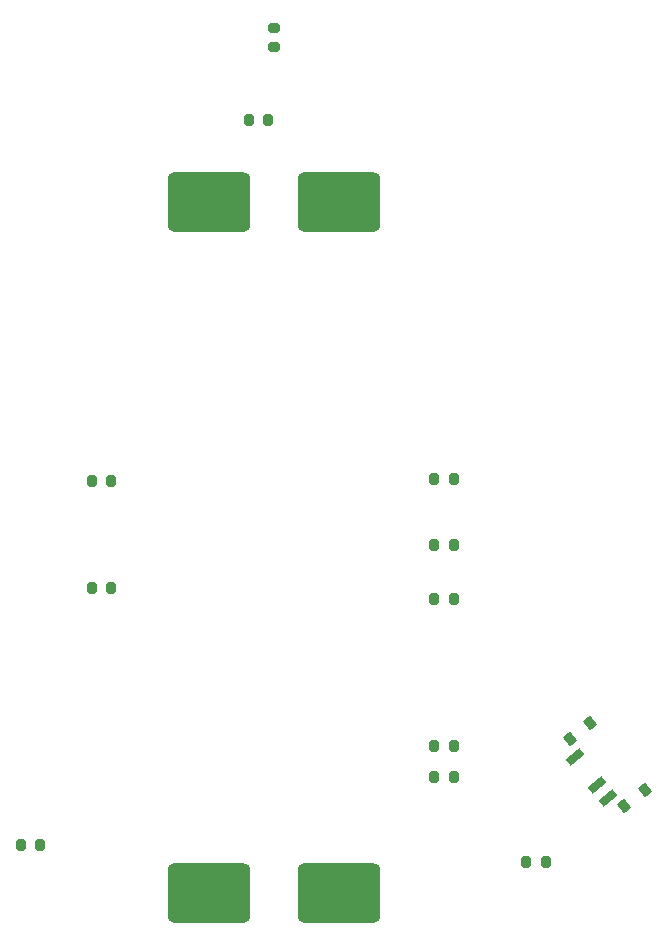
<source format=gbr>
%TF.GenerationSoftware,KiCad,Pcbnew,(6.0.0)*%
%TF.CreationDate,2022-03-02T13:41:04+01:00*%
%TF.ProjectId,LEDChristmasTree-2022,4c454443-6872-4697-9374-6d6173547265,rev?*%
%TF.SameCoordinates,Original*%
%TF.FileFunction,Paste,Bot*%
%TF.FilePolarity,Positive*%
%FSLAX46Y46*%
G04 Gerber Fmt 4.6, Leading zero omitted, Abs format (unit mm)*
G04 Created by KiCad (PCBNEW (6.0.0)) date 2022-03-02 13:41:04*
%MOMM*%
%LPD*%
G01*
G04 APERTURE LIST*
G04 Aperture macros list*
%AMRoundRect*
0 Rectangle with rounded corners*
0 $1 Rounding radius*
0 $2 $3 $4 $5 $6 $7 $8 $9 X,Y pos of 4 corners*
0 Add a 4 corners polygon primitive as box body*
4,1,4,$2,$3,$4,$5,$6,$7,$8,$9,$2,$3,0*
0 Add four circle primitives for the rounded corners*
1,1,$1+$1,$2,$3*
1,1,$1+$1,$4,$5*
1,1,$1+$1,$6,$7*
1,1,$1+$1,$8,$9*
0 Add four rect primitives between the rounded corners*
20,1,$1+$1,$2,$3,$4,$5,0*
20,1,$1+$1,$4,$5,$6,$7,0*
20,1,$1+$1,$6,$7,$8,$9,0*
20,1,$1+$1,$8,$9,$2,$3,0*%
%AMRotRect*
0 Rectangle, with rotation*
0 The origin of the aperture is its center*
0 $1 length*
0 $2 width*
0 $3 Rotation angle, in degrees counterclockwise*
0 Add horizontal line*
21,1,$1,$2,0,0,$3*%
G04 Aperture macros list end*
%ADD10RoundRect,0.200000X0.275000X-0.200000X0.275000X0.200000X-0.275000X0.200000X-0.275000X-0.200000X0*%
%ADD11RoundRect,0.500000X-3.000000X-2.000000X3.000000X-2.000000X3.000000X2.000000X-3.000000X2.000000X0*%
%ADD12RoundRect,0.200000X0.200000X0.275000X-0.200000X0.275000X-0.200000X-0.275000X0.200000X-0.275000X0*%
%ADD13RotRect,1.000000X0.800000X309.000000*%
%ADD14RotRect,0.700000X1.500000X309.000000*%
%ADD15RoundRect,0.200000X-0.200000X-0.275000X0.200000X-0.275000X0.200000X0.275000X-0.200000X0.275000X0*%
G04 APERTURE END LIST*
D10*
%TO.C,R11*%
X143600000Y-57625000D03*
X143600000Y-55975000D03*
%TD*%
D11*
%TO.C,BT1*%
X138100000Y-129250000D03*
X138100000Y-70750000D03*
X149100000Y-70750000D03*
X149100000Y-129250000D03*
%TD*%
D12*
%TO.C,R3*%
X158825000Y-119400000D03*
X157175000Y-119400000D03*
%TD*%
%TO.C,R5*%
X158825000Y-116800000D03*
X157175000Y-116800000D03*
%TD*%
%TO.C,R7*%
X158825000Y-99800000D03*
X157175000Y-99800000D03*
%TD*%
%TO.C,R9*%
X129825000Y-103400000D03*
X128175000Y-103400000D03*
%TD*%
%TO.C,R2*%
X123825000Y-125200000D03*
X122175000Y-125200000D03*
%TD*%
%TO.C,R4*%
X158825000Y-94200000D03*
X157175000Y-94200000D03*
%TD*%
D13*
%TO.C,SW1*%
X170414299Y-114863489D03*
X173290846Y-121927453D03*
X175008338Y-120536655D03*
X168696807Y-116254287D03*
D14*
X169072710Y-117751350D03*
X170960672Y-120082788D03*
X171904652Y-121248507D03*
%TD*%
D12*
%TO.C,R1*%
X158825000Y-104400000D03*
X157175000Y-104400000D03*
%TD*%
D15*
%TO.C,R10*%
X141475000Y-63800000D03*
X143125000Y-63800000D03*
%TD*%
D12*
%TO.C,R8*%
X129825000Y-94400000D03*
X128175000Y-94400000D03*
%TD*%
D15*
%TO.C,R6*%
X164975000Y-126600000D03*
X166625000Y-126600000D03*
%TD*%
M02*

</source>
